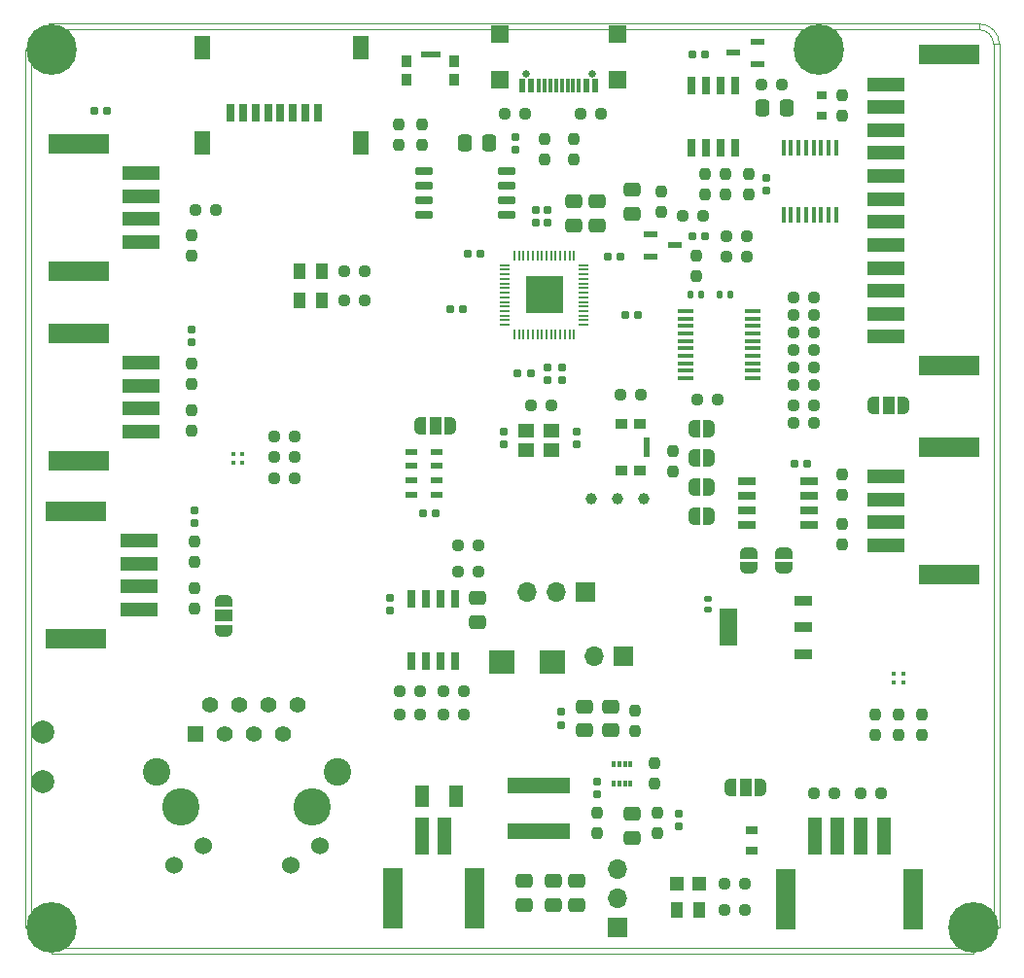
<source format=gbr>
%TF.GenerationSoftware,KiCad,Pcbnew,8.0.0*%
%TF.CreationDate,2024-04-11T21:11:57+02:00*%
%TF.ProjectId,BalloonMotherboardV4,42616c6c-6f6f-46e4-9d6f-74686572626f,rev?*%
%TF.SameCoordinates,Original*%
%TF.FileFunction,Soldermask,Top*%
%TF.FilePolarity,Negative*%
%FSLAX46Y46*%
G04 Gerber Fmt 4.6, Leading zero omitted, Abs format (unit mm)*
G04 Created by KiCad (PCBNEW 8.0.0) date 2024-04-11 21:11:57*
%MOMM*%
%LPD*%
G01*
G04 APERTURE LIST*
G04 Aperture macros list*
%AMRoundRect*
0 Rectangle with rounded corners*
0 $1 Rounding radius*
0 $2 $3 $4 $5 $6 $7 $8 $9 X,Y pos of 4 corners*
0 Add a 4 corners polygon primitive as box body*
4,1,4,$2,$3,$4,$5,$6,$7,$8,$9,$2,$3,0*
0 Add four circle primitives for the rounded corners*
1,1,$1+$1,$2,$3*
1,1,$1+$1,$4,$5*
1,1,$1+$1,$6,$7*
1,1,$1+$1,$8,$9*
0 Add four rect primitives between the rounded corners*
20,1,$1+$1,$2,$3,$4,$5,0*
20,1,$1+$1,$4,$5,$6,$7,0*
20,1,$1+$1,$6,$7,$8,$9,0*
20,1,$1+$1,$8,$9,$2,$3,0*%
%AMFreePoly0*
4,1,19,0.550000,-0.750000,0.000000,-0.750000,0.000000,-0.744911,-0.071157,-0.744911,-0.207708,-0.704816,-0.327430,-0.627875,-0.420627,-0.520320,-0.479746,-0.390866,-0.500000,-0.250000,-0.500000,0.250000,-0.479746,0.390866,-0.420627,0.520320,-0.327430,0.627875,-0.207708,0.704816,-0.071157,0.744911,0.000000,0.744911,0.000000,0.750000,0.550000,0.750000,0.550000,-0.750000,0.550000,-0.750000,
$1*%
%AMFreePoly1*
4,1,19,0.000000,0.744911,0.071157,0.744911,0.207708,0.704816,0.327430,0.627875,0.420627,0.520320,0.479746,0.390866,0.500000,0.250000,0.500000,-0.250000,0.479746,-0.390866,0.420627,-0.520320,0.327430,-0.627875,0.207708,-0.704816,0.071157,-0.744911,0.000000,-0.744911,0.000000,-0.750000,-0.550000,-0.750000,-0.550000,0.750000,0.000000,0.750000,0.000000,0.744911,0.000000,0.744911,
$1*%
%AMFreePoly2*
4,1,19,0.500000,-0.750000,0.000000,-0.750000,0.000000,-0.744911,-0.071157,-0.744911,-0.207708,-0.704816,-0.327430,-0.627875,-0.420627,-0.520320,-0.479746,-0.390866,-0.500000,-0.250000,-0.500000,0.250000,-0.479746,0.390866,-0.420627,0.520320,-0.327430,0.627875,-0.207708,0.704816,-0.071157,0.744911,0.000000,0.744911,0.000000,0.750000,0.500000,0.750000,0.500000,-0.750000,0.500000,-0.750000,
$1*%
%AMFreePoly3*
4,1,19,0.000000,0.744911,0.071157,0.744911,0.207708,0.704816,0.327430,0.627875,0.420627,0.520320,0.479746,0.390866,0.500000,0.250000,0.500000,-0.250000,0.479746,-0.390866,0.420627,-0.520320,0.327430,-0.627875,0.207708,-0.704816,0.071157,-0.744911,0.000000,-0.744911,0.000000,-0.750000,-0.500000,-0.750000,-0.500000,0.750000,0.000000,0.750000,0.000000,0.744911,0.000000,0.744911,
$1*%
G04 Aperture macros list end*
%ADD10C,0.100000*%
%ADD11R,0.950000X0.700000*%
%ADD12RoundRect,0.237500X0.237500X-0.250000X0.237500X0.250000X-0.237500X0.250000X-0.237500X-0.250000X0*%
%ADD13C,1.000000*%
%ADD14RoundRect,0.237500X-0.237500X0.250000X-0.237500X-0.250000X0.237500X-0.250000X0.237500X0.250000X0*%
%ADD15RoundRect,0.155000X-0.155000X0.212500X-0.155000X-0.212500X0.155000X-0.212500X0.155000X0.212500X0*%
%ADD16R,3.200000X1.200000*%
%ADD17R,5.300000X1.700000*%
%ADD18R,1.200000X3.200000*%
%ADD19R,1.700000X5.300000*%
%ADD20R,0.400000X0.400000*%
%ADD21RoundRect,0.250000X-0.475000X0.337500X-0.475000X-0.337500X0.475000X-0.337500X0.475000X0.337500X0*%
%ADD22RoundRect,0.160000X-0.197500X-0.160000X0.197500X-0.160000X0.197500X0.160000X-0.197500X0.160000X0*%
%ADD23C,3.250000*%
%ADD24R,1.400000X1.400000*%
%ADD25C,1.400000*%
%ADD26C,1.530000*%
%ADD27C,2.400000*%
%ADD28C,0.700000*%
%ADD29C,4.400000*%
%ADD30RoundRect,0.250000X0.475000X-0.337500X0.475000X0.337500X-0.475000X0.337500X-0.475000X-0.337500X0*%
%ADD31RoundRect,0.250000X-0.337500X-0.475000X0.337500X-0.475000X0.337500X0.475000X-0.337500X0.475000X0*%
%ADD32R,0.450000X1.475000*%
%ADD33RoundRect,0.155000X0.212500X0.155000X-0.212500X0.155000X-0.212500X-0.155000X0.212500X-0.155000X0*%
%ADD34RoundRect,0.140000X0.140000X0.170000X-0.140000X0.170000X-0.140000X-0.170000X0.140000X-0.170000X0*%
%ADD35R,0.650000X1.528000*%
%ADD36RoundRect,0.237500X-0.250000X-0.237500X0.250000X-0.237500X0.250000X0.237500X-0.250000X0.237500X0*%
%ADD37RoundRect,0.237500X0.250000X0.237500X-0.250000X0.237500X-0.250000X-0.237500X0.250000X-0.237500X0*%
%ADD38R,1.300000X1.150000*%
%ADD39RoundRect,0.155000X0.155000X-0.212500X0.155000X0.212500X-0.155000X0.212500X-0.155000X-0.212500X0*%
%ADD40R,0.300000X0.475000*%
%ADD41C,2.000000*%
%ADD42RoundRect,0.140000X-0.140000X-0.170000X0.140000X-0.170000X0.140000X0.170000X-0.140000X0.170000X0*%
%ADD43FreePoly0,180.000000*%
%ADD44R,1.000000X1.500000*%
%ADD45FreePoly1,180.000000*%
%ADD46RoundRect,0.155000X-0.212500X-0.155000X0.212500X-0.155000X0.212500X0.155000X-0.212500X0.155000X0*%
%ADD47R,1.070000X0.770000*%
%ADD48RoundRect,0.250000X0.337500X0.475000X-0.337500X0.475000X-0.337500X-0.475000X0.337500X-0.475000X0*%
%ADD49R,1.250000X0.600000*%
%ADD50FreePoly2,0.000000*%
%ADD51FreePoly3,0.000000*%
%ADD52C,0.650000*%
%ADD53R,0.600000X1.150000*%
%ADD54R,0.300000X1.150000*%
%ADD55R,1.500000X1.500000*%
%ADD56R,1.000000X0.900000*%
%ADD57R,0.550000X1.700000*%
%ADD58FreePoly0,0.000000*%
%ADD59FreePoly1,0.000000*%
%ADD60R,1.528000X0.650000*%
%ADD61R,2.250000X2.050000*%
%ADD62R,1.500000X0.900000*%
%ADD63R,1.500000X3.200000*%
%ADD64R,1.000000X1.450000*%
%ADD65RoundRect,0.150000X-0.650000X-0.150000X0.650000X-0.150000X0.650000X0.150000X-0.650000X0.150000X0*%
%ADD66R,1.200000X1.850000*%
%ADD67R,1.400000X1.200000*%
%ADD68FreePoly2,90.000000*%
%ADD69FreePoly3,90.000000*%
%ADD70R,1.700000X1.700000*%
%ADD71O,1.700000X1.700000*%
%ADD72FreePoly2,270.000000*%
%ADD73FreePoly3,270.000000*%
%ADD74R,1.100000X0.600000*%
%ADD75R,0.850000X0.200000*%
%ADD76R,0.200000X0.850000*%
%ADD77R,3.200000X3.200000*%
%ADD78FreePoly2,180.000000*%
%ADD79FreePoly3,180.000000*%
%ADD80FreePoly0,270.000000*%
%ADD81R,1.500000X1.000000*%
%ADD82FreePoly1,270.000000*%
%ADD83R,0.800000X1.500000*%
%ADD84R,1.450000X2.000000*%
%ADD85R,0.900000X1.000000*%
%ADD86R,1.700000X0.550000*%
%ADD87RoundRect,0.140000X0.170000X-0.140000X0.170000X0.140000X-0.170000X0.140000X-0.170000X-0.140000X0*%
%ADD88R,5.500000X1.450000*%
%ADD89R,1.475000X0.450000*%
G04 APERTURE END LIST*
D10*
X22860000Y-34798000D02*
X103886000Y-34798000D01*
X103886000Y-35306000D01*
X22860000Y-35306000D01*
X22860000Y-34798000D01*
X23114000Y-115316000D02*
X103378000Y-115316000D01*
X103378000Y-115824000D01*
X23114000Y-115824000D01*
X23114000Y-115316000D01*
X20828000Y-37084000D02*
X21336000Y-37084000D01*
X21336000Y-113538000D01*
X20828000Y-113538000D01*
X20828000Y-37084000D01*
X103886000Y-34798000D02*
G75*
G02*
X105664000Y-36576000I0J-1778000D01*
G01*
X105156000Y-36576000D02*
X105664000Y-36576000D01*
X105664000Y-113538000D01*
X105156000Y-113538000D01*
X105156000Y-36576000D01*
X103886000Y-35306000D02*
G75*
G02*
X105156000Y-36576000I0J-1270000D01*
G01*
D11*
%TO.C,RT0*%
X90170000Y-42810000D03*
X90170000Y-41010000D03*
%TD*%
D12*
%TO.C,R43*%
X80010000Y-49680500D03*
X80010000Y-47855500D03*
%TD*%
D13*
%TO.C,TP0*%
X70104000Y-76200000D03*
%TD*%
D14*
%TO.C,R33*%
X66040000Y-44807500D03*
X66040000Y-46632500D03*
%TD*%
D15*
%TO.C,C35*%
X67564000Y-64710500D03*
X67564000Y-65845500D03*
%TD*%
D12*
%TO.C,R47*%
X79248000Y-56792500D03*
X79248000Y-54967500D03*
%TD*%
D16*
%TO.C,GPIO1*%
X30951000Y-70310000D03*
X30951000Y-68310000D03*
X30951000Y-66310000D03*
X30951000Y-64310000D03*
D17*
X25471000Y-61760000D03*
X25471000Y-72860000D03*
%TD*%
D14*
%TO.C,R35*%
X76200000Y-49401000D03*
X76200000Y-51226000D03*
%TD*%
D18*
%TO.C,Ox0*%
X95578347Y-105550000D03*
X93578347Y-105550000D03*
X91578347Y-105550000D03*
X89578347Y-105550000D03*
D19*
X87028347Y-111030000D03*
X98128347Y-111030000D03*
%TD*%
D20*
%TO.C,LED1*%
X96496347Y-92197000D03*
X96496347Y-91397000D03*
X97296347Y-91397000D03*
X97296347Y-92197000D03*
%TD*%
D21*
%TO.C,C14*%
X71794000Y-94275500D03*
X71794000Y-96350500D03*
%TD*%
D22*
%TO.C,R25*%
X63664500Y-65278000D03*
X64859500Y-65278000D03*
%TD*%
D23*
%TO.C,J1*%
X34437000Y-103024000D03*
X45867000Y-103024000D03*
D24*
X35707000Y-96674000D03*
D25*
X36977000Y-94134000D03*
X38247000Y-96674000D03*
X39517000Y-94134000D03*
X40787000Y-96674000D03*
X42057000Y-94134000D03*
X43327000Y-96674000D03*
X44597000Y-94134000D03*
D26*
X33827000Y-108104000D03*
X36367000Y-106404000D03*
X43937000Y-108104000D03*
X46477000Y-106404000D03*
D27*
X32277000Y-99974000D03*
X48027000Y-99974000D03*
%TD*%
D28*
%TO.C,H0*%
X21464000Y-37084000D03*
X21947274Y-35917274D03*
X21947274Y-38250726D03*
X23114000Y-35434000D03*
D29*
X23114000Y-37084000D03*
D28*
X23114000Y-38734000D03*
X24280726Y-35917274D03*
X24280726Y-38250726D03*
X24764000Y-37084000D03*
%TD*%
D30*
%TO.C,C36*%
X73660000Y-51351000D03*
X73660000Y-49276000D03*
%TD*%
D12*
%TO.C,R23*%
X53340000Y-45362500D03*
X53340000Y-43537500D03*
%TD*%
D31*
%TO.C,C22*%
X59160500Y-45212000D03*
X61235500Y-45212000D03*
%TD*%
D32*
%TO.C,MUX0*%
X86879000Y-51452000D03*
X87529000Y-51452000D03*
X88179000Y-51452000D03*
X88829000Y-51452000D03*
X89479000Y-51452000D03*
X90129000Y-51452000D03*
X90779000Y-51452000D03*
X91429000Y-51452000D03*
X91429000Y-45576000D03*
X90779000Y-45576000D03*
X90129000Y-45576000D03*
X89479000Y-45576000D03*
X88829000Y-45576000D03*
X88179000Y-45576000D03*
X87529000Y-45576000D03*
X86879000Y-45576000D03*
%TD*%
D30*
%TO.C,C9*%
X73660000Y-105685500D03*
X73660000Y-103610500D03*
%TD*%
D15*
%TO.C,C17*%
X67476000Y-94745500D03*
X67476000Y-95880500D03*
%TD*%
%TO.C,C29*%
X66294000Y-64710500D03*
X66294000Y-65845500D03*
%TD*%
D33*
%TO.C,C28*%
X58987500Y-59690000D03*
X57852500Y-59690000D03*
%TD*%
D15*
%TO.C,C38*%
X85344000Y-48200500D03*
X85344000Y-49335500D03*
%TD*%
D34*
%TO.C,C63*%
X79728000Y-58420000D03*
X78768000Y-58420000D03*
%TD*%
D35*
%TO.C,OP0*%
X54483000Y-90341000D03*
X55753000Y-90341000D03*
X57023000Y-90341000D03*
X58293000Y-90341000D03*
X58293000Y-84919000D03*
X57023000Y-84919000D03*
X55753000Y-84919000D03*
X54483000Y-84919000D03*
%TD*%
D36*
%TO.C,R30*%
X42521500Y-72517000D03*
X44346500Y-72517000D03*
%TD*%
%TO.C,R36*%
X84939500Y-40132000D03*
X86764500Y-40132000D03*
%TD*%
D16*
%TO.C,GPIO0*%
X30951000Y-53800000D03*
X30951000Y-51800000D03*
X30951000Y-49800000D03*
X30951000Y-47800000D03*
D17*
X25471000Y-45250000D03*
X25471000Y-56350000D03*
%TD*%
D14*
%TO.C,R15*%
X75858000Y-103481500D03*
X75858000Y-105306500D03*
%TD*%
D37*
%TO.C,R27*%
X66698500Y-68072000D03*
X64873500Y-68072000D03*
%TD*%
D36*
%TO.C,R5*%
X48617500Y-58928000D03*
X50442500Y-58928000D03*
%TD*%
D38*
%TO.C,!bat0*%
X79502000Y-109728000D03*
X77602000Y-109728000D03*
%TD*%
D28*
%TO.C,H1*%
X88266000Y-37084000D03*
X88749274Y-35917274D03*
X88749274Y-38250726D03*
X89916000Y-35434000D03*
D29*
X89916000Y-37084000D03*
D28*
X89916000Y-38734000D03*
X91082726Y-35917274D03*
X91082726Y-38250726D03*
X91566000Y-37084000D03*
%TD*%
D12*
%TO.C,R18*%
X35306000Y-66190500D03*
X35306000Y-64365500D03*
%TD*%
D37*
%TO.C,R38*%
X83716500Y-53340000D03*
X81891500Y-53340000D03*
%TD*%
D39*
%TO.C,C24*%
X62484000Y-71433500D03*
X62484000Y-70298500D03*
%TD*%
D36*
%TO.C,R10*%
X58523500Y-82550000D03*
X60348500Y-82550000D03*
%TD*%
D35*
%TO.C,OP1*%
X78867000Y-45637000D03*
X80137000Y-45637000D03*
X81407000Y-45637000D03*
X82677000Y-45637000D03*
X82677000Y-40215000D03*
X81407000Y-40215000D03*
X80137000Y-40215000D03*
X78867000Y-40215000D03*
%TD*%
D37*
%TO.C,R8*%
X59078500Y-92964000D03*
X57253500Y-92964000D03*
%TD*%
D40*
%TO.C,BUCK0*%
X73560000Y-99301000D03*
X73060000Y-99301000D03*
X72560000Y-99301000D03*
X72060000Y-99301000D03*
X72060000Y-100977000D03*
X72560000Y-100977000D03*
X73060000Y-100977000D03*
X73560000Y-100977000D03*
%TD*%
D33*
%TO.C,C19*%
X27999500Y-42418000D03*
X26864500Y-42418000D03*
%TD*%
D41*
%TO.C,TPGND0*%
X22352000Y-96520000D03*
%TD*%
D12*
%TO.C,R49*%
X91948000Y-80160500D03*
X91948000Y-78335500D03*
%TD*%
D39*
%TO.C,C20*%
X35306000Y-62543500D03*
X35306000Y-61408500D03*
%TD*%
D16*
%TO.C,RS-0*%
X95795000Y-74216000D03*
X95795000Y-76216000D03*
X95795000Y-78216000D03*
X95795000Y-80216000D03*
D17*
X101275000Y-82766000D03*
X101275000Y-71666000D03*
%TD*%
D42*
%TO.C,C67*%
X81308000Y-58420000D03*
X82268000Y-58420000D03*
%TD*%
D43*
%TO.C,JPVOX0*%
X57858000Y-69844000D03*
D44*
X56558000Y-69844000D03*
D45*
X55258000Y-69844000D03*
%TD*%
D15*
%TO.C,C10*%
X70612000Y-100778500D03*
X70612000Y-101913500D03*
%TD*%
D21*
%TO.C,C15*%
X69508000Y-94275500D03*
X69508000Y-96350500D03*
%TD*%
D36*
%TO.C,R17*%
X35663500Y-51054000D03*
X37488500Y-51054000D03*
%TD*%
D37*
%TO.C,R78*%
X89558500Y-60198000D03*
X87733500Y-60198000D03*
%TD*%
D28*
%TO.C,H2*%
X101728000Y-113538000D03*
X102211274Y-112371274D03*
X102211274Y-114704726D03*
X103378000Y-111888000D03*
D29*
X103378000Y-113538000D03*
D28*
X103378000Y-115188000D03*
X104544726Y-112371274D03*
X104544726Y-114704726D03*
X105028000Y-113538000D03*
%TD*%
D46*
%TO.C,C31*%
X71568500Y-55118000D03*
X72703500Y-55118000D03*
%TD*%
D47*
%TO.C,F0*%
X84074000Y-106818000D03*
X84074000Y-105018000D03*
%TD*%
D48*
%TO.C,C40*%
X87143500Y-42164000D03*
X85068500Y-42164000D03*
%TD*%
D49*
%TO.C,Vref0*%
X75320676Y-53152000D03*
X75320676Y-55052000D03*
X77420676Y-54102000D03*
%TD*%
D50*
%TO.C,JP6*%
X79106000Y-75184000D03*
D51*
X80406000Y-75184000D03*
%TD*%
D52*
%TO.C,USB_C0*%
X70200000Y-39145000D03*
X64420000Y-39145000D03*
D53*
X70510000Y-40220000D03*
X69710000Y-40220000D03*
D54*
X68560000Y-40220000D03*
X67560000Y-40220000D03*
X67060000Y-40220000D03*
X66060000Y-40220000D03*
D53*
X64910000Y-40220000D03*
X64110000Y-40220000D03*
D54*
X65560000Y-40220000D03*
X66560000Y-40220000D03*
X68060000Y-40220000D03*
X69060000Y-40220000D03*
D55*
X72430000Y-39645000D03*
X62190000Y-39645000D03*
X72430000Y-35715000D03*
X62190000Y-35715000D03*
%TD*%
D39*
%TO.C,C21*%
X35560000Y-78291500D03*
X35560000Y-77156500D03*
%TD*%
D56*
%TO.C,S_RES0*%
X74356500Y-73725250D03*
X72756500Y-73725250D03*
X72756500Y-69625250D03*
X74356500Y-69625250D03*
D57*
X74981500Y-71675250D03*
%TD*%
D39*
%TO.C,C32*%
X65278000Y-52129500D03*
X65278000Y-50994500D03*
%TD*%
D12*
%TO.C,R42*%
X94864347Y-96773500D03*
X94864347Y-94948500D03*
%TD*%
D41*
%TO.C,TPGND1*%
X22352000Y-100760000D03*
%TD*%
D37*
%TO.C,R84*%
X89558500Y-66294000D03*
X87733500Y-66294000D03*
%TD*%
D36*
%TO.C,R46*%
X93575500Y-101854000D03*
X95400500Y-101854000D03*
%TD*%
D12*
%TO.C,R87*%
X91948000Y-42822500D03*
X91948000Y-40997500D03*
%TD*%
D58*
%TO.C,JPVOX1*%
X82266000Y-101346000D03*
D44*
X83566000Y-101346000D03*
D59*
X84866000Y-101346000D03*
%TD*%
D37*
%TO.C,R39*%
X83716500Y-55118000D03*
X81891500Y-55118000D03*
%TD*%
%TO.C,R9*%
X60348500Y-80264000D03*
X58523500Y-80264000D03*
%TD*%
D12*
%TO.C,R40*%
X96896347Y-96773500D03*
X96896347Y-94948500D03*
%TD*%
D28*
%TO.C,H3*%
X21464000Y-113538000D03*
X21947274Y-112371274D03*
X21947274Y-114704726D03*
X23114000Y-111888000D03*
D29*
X23114000Y-113538000D03*
D28*
X23114000Y-115188000D03*
X24280726Y-112371274D03*
X24280726Y-114704726D03*
X24764000Y-113538000D03*
%TD*%
D60*
%TO.C,RS0*%
X83700805Y-74676000D03*
X83700805Y-75946000D03*
X83700805Y-77216000D03*
X83700805Y-78486000D03*
X89122805Y-78486000D03*
X89122805Y-77216000D03*
X89122805Y-75946000D03*
X89122805Y-74676000D03*
%TD*%
D21*
%TO.C,C34*%
X68580000Y-50270500D03*
X68580000Y-52345500D03*
%TD*%
D61*
%TO.C,D0*%
X62316000Y-90424000D03*
X66716000Y-90424000D03*
%TD*%
D46*
%TO.C,C30*%
X73092500Y-60198000D03*
X74227500Y-60198000D03*
%TD*%
D14*
%TO.C,R34*%
X68580000Y-44807500D03*
X68580000Y-46632500D03*
%TD*%
%TO.C,R20*%
X35306000Y-53189500D03*
X35306000Y-55014500D03*
%TD*%
D62*
%TO.C,H11*%
X88594000Y-89676000D03*
X88594000Y-87376000D03*
X88594000Y-85076000D03*
D63*
X82094000Y-87376000D03*
%TD*%
D36*
%TO.C,R13*%
X53443500Y-92964000D03*
X55268500Y-92964000D03*
%TD*%
D13*
%TO.C,TP1*%
X72390000Y-76200000D03*
%TD*%
D39*
%TO.C,C23*%
X63500000Y-45779500D03*
X63500000Y-44644500D03*
%TD*%
D36*
%TO.C,R32*%
X62587500Y-42672000D03*
X64412500Y-42672000D03*
%TD*%
D37*
%TO.C,R83*%
X89558500Y-64770000D03*
X87733500Y-64770000D03*
%TD*%
%TO.C,R12*%
X55268500Y-94996000D03*
X53443500Y-94996000D03*
%TD*%
D12*
%TO.C,R37*%
X83820000Y-49680500D03*
X83820000Y-47855500D03*
%TD*%
D20*
%TO.C,LED0*%
X38970000Y-73044000D03*
X38970000Y-72244000D03*
X39770000Y-72244000D03*
X39770000Y-73044000D03*
%TD*%
D50*
%TO.C,JP7*%
X79106000Y-77724000D03*
D51*
X80406000Y-77724000D03*
%TD*%
D14*
%TO.C,R50*%
X91948000Y-74017500D03*
X91948000Y-75842500D03*
%TD*%
%TO.C,R21*%
X35306000Y-68429500D03*
X35306000Y-70254500D03*
%TD*%
D37*
%TO.C,R79*%
X89558500Y-61722000D03*
X87733500Y-61722000D03*
%TD*%
D18*
%TO.C,V_BAT0*%
X55388000Y-105516000D03*
X57388000Y-105516000D03*
D19*
X52838000Y-110996000D03*
X59938000Y-110996000D03*
%TD*%
D64*
%TO.C,uC0*%
X44770000Y-58928000D03*
X46670000Y-58928000D03*
%TD*%
D65*
%TO.C,FLA0*%
X55582000Y-47625000D03*
X55582000Y-48895000D03*
X55582000Y-50165000D03*
X55582000Y-51435000D03*
X62782000Y-51435000D03*
X62782000Y-50165000D03*
X62782000Y-48895000D03*
X62782000Y-47625000D03*
%TD*%
D33*
%TO.C,C42*%
X88959500Y-73152000D03*
X87824500Y-73152000D03*
%TD*%
D64*
%TO.C,5sys0*%
X44770000Y-56388000D03*
X46670000Y-56388000D03*
%TD*%
D66*
%TO.C,R_shunt0*%
X55396000Y-102108000D03*
X58396000Y-102108000D03*
%TD*%
D14*
%TO.C,R16*%
X75604000Y-99163500D03*
X75604000Y-100988500D03*
%TD*%
D15*
%TO.C,C25*%
X68834000Y-70298500D03*
X68834000Y-71433500D03*
%TD*%
D64*
%TO.C,bat0*%
X77602000Y-112014000D03*
X79502000Y-112014000D03*
%TD*%
D67*
%TO.C,Y0*%
X66632000Y-70270000D03*
X64432000Y-70270000D03*
X64432000Y-71970000D03*
X66632000Y-71970000D03*
%TD*%
D36*
%TO.C,R86*%
X79351500Y-67564000D03*
X81176500Y-67564000D03*
%TD*%
D68*
%TO.C,JP8*%
X83820000Y-82184000D03*
D69*
X83820000Y-80884000D03*
%TD*%
D30*
%TO.C,C8*%
X60198000Y-86889500D03*
X60198000Y-84814500D03*
%TD*%
D33*
%TO.C,C26*%
X60511500Y-54864000D03*
X59376500Y-54864000D03*
%TD*%
D30*
%TO.C,C16*%
X66802000Y-111527500D03*
X66802000Y-109452500D03*
%TD*%
D46*
%TO.C,C39*%
X78934500Y-53340000D03*
X80069500Y-53340000D03*
%TD*%
D12*
%TO.C,R85*%
X77216000Y-73810500D03*
X77216000Y-71985500D03*
%TD*%
%TO.C,R14*%
X70612000Y-105306500D03*
X70612000Y-103481500D03*
%TD*%
D70*
%TO.C,JB_or_U0*%
X69581000Y-84328000D03*
D71*
X67041000Y-84328000D03*
X64501000Y-84328000D03*
%TD*%
D72*
%TO.C,JP4*%
X86868000Y-80884000D03*
D73*
X86868000Y-82184000D03*
%TD*%
D74*
%TO.C,BAR0*%
X56642000Y-75809000D03*
X56642000Y-74559000D03*
X56642000Y-73309000D03*
X56642000Y-72059000D03*
X54442000Y-72059000D03*
X54442000Y-73309000D03*
X54442000Y-74559000D03*
X54442000Y-75809000D03*
%TD*%
D75*
%TO.C,uC1*%
X62590000Y-55820000D03*
X62590000Y-56220000D03*
X62590000Y-56620000D03*
X62590000Y-57020000D03*
X62590000Y-57420000D03*
X62590000Y-57820000D03*
X62590000Y-58220000D03*
X62590000Y-58620000D03*
X62590000Y-59020000D03*
X62590000Y-59420000D03*
X62590000Y-59820000D03*
X62590000Y-60220000D03*
X62590000Y-60620000D03*
X62590000Y-61020000D03*
D76*
X63440000Y-61870000D03*
X63840000Y-61870000D03*
X64240000Y-61870000D03*
X64640000Y-61870000D03*
X65040000Y-61870000D03*
X65440000Y-61870000D03*
X65840000Y-61870000D03*
X66240000Y-61870000D03*
X66640000Y-61870000D03*
X67040000Y-61870000D03*
X67440000Y-61870000D03*
X67840000Y-61870000D03*
X68240000Y-61870000D03*
X68640000Y-61870000D03*
D75*
X69490000Y-61020000D03*
X69490000Y-60620000D03*
X69490000Y-60220000D03*
X69490000Y-59820000D03*
X69490000Y-59420000D03*
X69490000Y-59020000D03*
X69490000Y-58620000D03*
X69490000Y-58220000D03*
X69490000Y-57820000D03*
X69490000Y-57420000D03*
X69490000Y-57020000D03*
X69490000Y-56620000D03*
X69490000Y-56220000D03*
X69490000Y-55820000D03*
D76*
X68640000Y-54970000D03*
X68240000Y-54970000D03*
X67840000Y-54970000D03*
X67440000Y-54970000D03*
X67040000Y-54970000D03*
X66640000Y-54970000D03*
X66240000Y-54970000D03*
X65840000Y-54970000D03*
X65440000Y-54970000D03*
X65040000Y-54970000D03*
X64640000Y-54970000D03*
X64240000Y-54970000D03*
X63840000Y-54970000D03*
X63440000Y-54970000D03*
D77*
X66040000Y-58420000D03*
%TD*%
D39*
%TO.C,C27*%
X66294000Y-52129500D03*
X66294000Y-50994500D03*
%TD*%
D78*
%TO.C,JP3*%
X80406000Y-70104000D03*
D79*
X79106000Y-70104000D03*
%TD*%
D14*
%TO.C,R24*%
X55372000Y-43537500D03*
X55372000Y-45362500D03*
%TD*%
D80*
%TO.C,JP0*%
X38100000Y-85060000D03*
D81*
X38100000Y-86360000D03*
D82*
X38100000Y-87660000D03*
%TD*%
D14*
%TO.C,R22*%
X35560000Y-83923500D03*
X35560000Y-85748500D03*
%TD*%
D36*
%TO.C,R6*%
X48617500Y-56388000D03*
X50442500Y-56388000D03*
%TD*%
D37*
%TO.C,R80*%
X89558500Y-63246000D03*
X87733500Y-63246000D03*
%TD*%
D14*
%TO.C,R41*%
X98928347Y-94948500D03*
X98928347Y-96773500D03*
%TD*%
D83*
%TO.C,SD0*%
X46380000Y-42578000D03*
X45280000Y-42578000D03*
X44180000Y-42578000D03*
X43080000Y-42578000D03*
X41980000Y-42578000D03*
X40880000Y-42578000D03*
X39780000Y-42578000D03*
X38680000Y-42578000D03*
D84*
X50055000Y-45178000D03*
X36305000Y-45178000D03*
X50055000Y-36878000D03*
X36305000Y-36878000D03*
%TD*%
D14*
%TO.C,R44*%
X81788000Y-47855500D03*
X81788000Y-49680500D03*
%TD*%
D30*
%TO.C,C18*%
X68834000Y-111527500D03*
X68834000Y-109452500D03*
%TD*%
D36*
%TO.C,R7*%
X57253500Y-94996000D03*
X59078500Y-94996000D03*
%TD*%
D37*
%TO.C,R31*%
X44346500Y-70739000D03*
X42521500Y-70739000D03*
%TD*%
D85*
%TO.C,S_BOOT0*%
X58184000Y-38062000D03*
X58184000Y-39662000D03*
X54084000Y-39662000D03*
X54084000Y-38062000D03*
D86*
X56134000Y-37437000D03*
%TD*%
D37*
%TO.C,R29*%
X44346500Y-74422000D03*
X42521500Y-74422000D03*
%TD*%
D30*
%TO.C,C13*%
X64262000Y-111527500D03*
X64262000Y-109452500D03*
%TD*%
D37*
%TO.C,R48*%
X91336500Y-101854000D03*
X89511500Y-101854000D03*
%TD*%
D16*
%TO.C,GPIO2*%
X30734000Y-85820000D03*
X30734000Y-83820000D03*
X30734000Y-81820000D03*
X30734000Y-79820000D03*
D17*
X25254000Y-77270000D03*
X25254000Y-88370000D03*
%TD*%
D87*
%TO.C,C68*%
X80264000Y-85824000D03*
X80264000Y-84864000D03*
%TD*%
D12*
%TO.C,R11*%
X73914000Y-96416500D03*
X73914000Y-94591500D03*
%TD*%
D49*
%TO.C,Vref1*%
X84616000Y-38288000D03*
X84616000Y-36388000D03*
X82516000Y-37338000D03*
%TD*%
D13*
%TO.C,TP2*%
X74676000Y-76200000D03*
%TD*%
D70*
%TO.C,JHEAT0*%
X72903000Y-89916000D03*
D71*
X70363000Y-89916000D03*
%TD*%
D12*
%TO.C,R19*%
X35560000Y-81684500D03*
X35560000Y-79859500D03*
%TD*%
D36*
%TO.C,R45*%
X78081500Y-51562000D03*
X79906500Y-51562000D03*
%TD*%
D33*
%TO.C,C41*%
X80069500Y-37449805D03*
X78934500Y-37449805D03*
%TD*%
D16*
%TO.C,NTCs0*%
X95784000Y-62054000D03*
X95784000Y-60054000D03*
X95784000Y-58054000D03*
X95784000Y-56054000D03*
X95784000Y-54054000D03*
X95784000Y-52054000D03*
X95784000Y-50054000D03*
X95784000Y-48054000D03*
X95784000Y-46054000D03*
X95784000Y-44054000D03*
X95784000Y-42054000D03*
X95784000Y-40054000D03*
D17*
X101264000Y-64604000D03*
X101264000Y-37504000D03*
%TD*%
D88*
%TO.C,L0*%
X65532000Y-101124000D03*
X65532000Y-105124000D03*
%TD*%
D50*
%TO.C,JP5*%
X79106000Y-72644000D03*
D51*
X80406000Y-72644000D03*
%TD*%
D58*
%TO.C,JP9*%
X94712000Y-68072000D03*
D44*
X96012000Y-68072000D03*
D59*
X97312000Y-68072000D03*
%TD*%
D46*
%TO.C,C37*%
X55482500Y-77470000D03*
X56617500Y-77470000D03*
%TD*%
D30*
%TO.C,C33*%
X70612000Y-52345500D03*
X70612000Y-50270500D03*
%TD*%
D36*
%TO.C,R0*%
X81703500Y-109728000D03*
X83528500Y-109728000D03*
%TD*%
D37*
%TO.C,R73*%
X89558500Y-69596000D03*
X87733500Y-69596000D03*
%TD*%
D39*
%TO.C,C12*%
X52578000Y-85911500D03*
X52578000Y-84776500D03*
%TD*%
%TO.C,C11*%
X77724000Y-104707500D03*
X77724000Y-103572500D03*
%TD*%
D37*
%TO.C,R74*%
X89558500Y-58674000D03*
X87733500Y-58674000D03*
%TD*%
D89*
%TO.C,Vshi0*%
X78342000Y-59813000D03*
X78342000Y-60463000D03*
X78342000Y-61113000D03*
X78342000Y-61763000D03*
X78342000Y-62413000D03*
X78342000Y-63063000D03*
X78342000Y-63713000D03*
X78342000Y-64363000D03*
X78342000Y-65013000D03*
X78342000Y-65663000D03*
X84218000Y-65663000D03*
X84218000Y-65013000D03*
X84218000Y-64363000D03*
X84218000Y-63713000D03*
X84218000Y-63063000D03*
X84218000Y-62413000D03*
X84218000Y-61763000D03*
X84218000Y-61113000D03*
X84218000Y-60463000D03*
X84218000Y-59813000D03*
%TD*%
D37*
%TO.C,R26*%
X74469000Y-67103250D03*
X72644000Y-67103250D03*
%TD*%
%TO.C,R28*%
X71016500Y-42672000D03*
X69191500Y-42672000D03*
%TD*%
D36*
%TO.C,R1*%
X81703500Y-112014000D03*
X83528500Y-112014000D03*
%TD*%
D37*
%TO.C,R72*%
X89558500Y-68072000D03*
X87733500Y-68072000D03*
%TD*%
D70*
%TO.C,BuckJmp0*%
X72390000Y-113523000D03*
D71*
X72390000Y-110983000D03*
X72390000Y-108443000D03*
%TD*%
M02*

</source>
